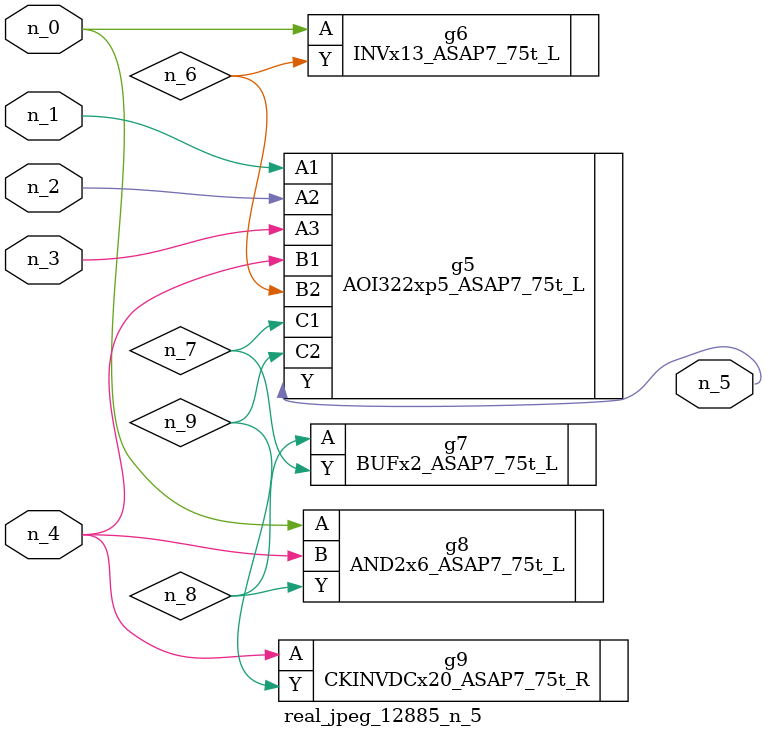
<source format=v>
module real_jpeg_12885_n_5 (n_4, n_0, n_1, n_2, n_3, n_5);

input n_4;
input n_0;
input n_1;
input n_2;
input n_3;

output n_5;

wire n_8;
wire n_6;
wire n_7;
wire n_9;

INVx13_ASAP7_75t_L g6 ( 
.A(n_0),
.Y(n_6)
);

AND2x6_ASAP7_75t_L g8 ( 
.A(n_0),
.B(n_4),
.Y(n_8)
);

AOI322xp5_ASAP7_75t_L g5 ( 
.A1(n_1),
.A2(n_2),
.A3(n_3),
.B1(n_4),
.B2(n_6),
.C1(n_7),
.C2(n_9),
.Y(n_5)
);

CKINVDCx20_ASAP7_75t_R g9 ( 
.A(n_4),
.Y(n_9)
);

BUFx2_ASAP7_75t_L g7 ( 
.A(n_8),
.Y(n_7)
);


endmodule
</source>
